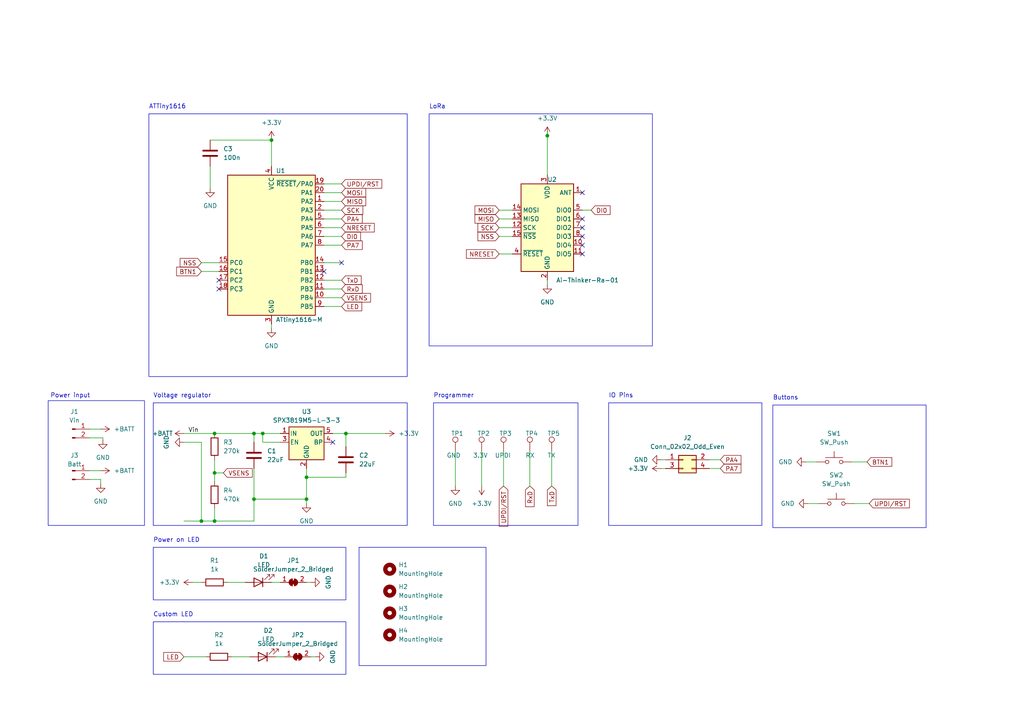
<source format=kicad_sch>
(kicad_sch (version 20230121) (generator eeschema)
  (paper "A4")
  (title_block (title "LoRa remote sensor") (date "2023-09-17") (rev "0.1"))
  (lib_symbols
    (symbol "Connector:Conn_01x02_Pin" (pin_names (offset 1.016) hide)
      (property "Reference" "J" (at 0 2.54 0))
      (property "Value" "Conn_01x02_Pin" (at 0 -5.08 0))
      (symbol "Conn_01x02_Pin_1_1"
        (polyline (pts (xy 1.27 -2.54) (xy 0.8636 -2.54)) (stroke (width 0.1524)))
        (polyline (pts (xy 1.27 0) (xy 0.8636 0)) (stroke (width 0.1524)))
        (rectangle (start 0.8636 -2.413) (end 0 -2.667) (stroke (width 0.1524)) (fill (type outline)))
        (rectangle (start 0.8636 0.127) (end 0 -0.127) (stroke (width 0.1524)) (fill (type outline)))
        (pin passive line (at 5.08 0 180) (length 3.81) (name "Pin_1") (number "1"))
        (pin passive line (at 5.08 -2.54 180) (length 3.81) (name "Pin_2") (number "2"))
      )
    )
    (symbol "Connector:TestPoint" (pin_numbers hide) (pin_names (offset 0.762) hide)
      (property "Reference" "TP" (at 0 6.858 0))
      (property "Value" "TestPoint" (at 0 5.08 0))
      (symbol "TestPoint_0_1"
        (circle (center 0 3.302) (radius 0.762))
      )
      (symbol "TestPoint_1_1"
        (pin passive line (at 0 0 90) (length 2.54) (name "1") (number "1"))
      )
    )
    (symbol "Connector_Generic:Conn_02x02_Odd_Even" (pin_names (offset 1.016) hide)
      (property "Reference" "J" (at 1.27 2.54 0))
      (property "Value" "Conn_02x02_Odd_Even" (at 1.27 -5.08 0))
      (symbol "Conn_02x02_Odd_Even_1_1"
        (rectangle (start -1.27 -2.413) (end 0 -2.667) (stroke (width 0.1524)))
        (rectangle (start -1.27 0.127) (end 0 -0.127) (stroke (width 0.1524)))
        (rectangle (start -1.27 1.27) (end 3.81 -3.81) (stroke (width 0.254)) (fill (type background)))
        (rectangle (start 3.81 -2.413) (end 2.54 -2.667) (stroke (width 0.1524)))
        (rectangle (start 3.81 0.127) (end 2.54 -0.127) (stroke (width 0.1524)))
        (pin passive line (at -5.08 0 0) (length 3.81) (name "Pin_1") (number "1"))
        (pin passive line (at 7.62 0 180) (length 3.81) (name "Pin_2") (number "2"))
        (pin passive line (at -5.08 -2.54 0) (length 3.81) (name "Pin_3") (number "3"))
        (pin passive line (at 7.62 -2.54 180) (length 3.81) (name "Pin_4") (number "4"))
      )
    )
    (symbol "Device:C" (pin_numbers hide) (pin_names (offset 0.254))
      (property "Reference" "C" (at 0.635 2.54 0))
      (property "Value" "C" (at 0.635 -2.54 0))
      (symbol "C_0_1"
        (polyline (pts (xy -2.032 -0.762) (xy 2.032 -0.762)) (stroke (width 0.508)))
        (polyline (pts (xy -2.032 0.762) (xy 2.032 0.762)) (stroke (width 0.508)))
      )
      (symbol "C_1_1"
        (pin passive line (at 0 3.81 270) (length 2.794) (name "~") (number "1"))
        (pin passive line (at 0 -3.81 90) (length 2.794) (name "~") (number "2"))
      )
    )
    (symbol "Device:LED" (pin_numbers hide) (pin_names (offset 1.016) hide)
      (property "Reference" "D" (at 0 2.54 0))
      (property "Value" "LED" (at 0 -2.54 0))
      (symbol "LED_0_1"
        (polyline (pts (xy -1.27 -1.27) (xy -1.27 1.27)) (stroke (width 0.254)))
        (polyline (pts (xy -1.27 0) (xy 1.27 0)))
        (polyline (pts (xy 1.27 -1.27) (xy 1.27 1.27) (xy -1.27 0) (xy 1.27 -1.27)) (stroke (width 0.254)))
        (polyline (pts (xy -3.048 -0.762) (xy -4.572 -2.286) (xy -3.81 -2.286) (xy -4.572 -2.286) (xy -4.572 -1.524)))
        (polyline (pts (xy -1.778 -0.762) (xy -3.302 -2.286) (xy -2.54 -2.286) (xy -3.302 -2.286) (xy -3.302 -1.524)))
      )
      (symbol "LED_1_1"
        (pin passive line (at -3.81 0 0) (length 2.54) (name "K") (number "1"))
        (pin passive line (at 3.81 0 180) (length 2.54) (name "A") (number "2"))
      )
    )
    (symbol "Device:R" (pin_numbers hide) (pin_names (offset 0))
      (property "Reference" "R" (at 2.032 0 90))
      (property "Value" "R" (at 0 0 90))
      (symbol "R_0_1"
        (rectangle (start -1.016 -2.54) (end 1.016 2.54) (stroke (width 0.254)))
      )
      (symbol "R_1_1"
        (pin passive line (at 0 3.81 270) (length 1.27) (name "~") (number "1"))
        (pin passive line (at 0 -3.81 90) (length 1.27) (name "~") (number "2"))
      )
    )
    (symbol "Jumper:SolderJumper_2_Bridged" (pin_names (offset 0) hide)
      (property "Reference" "JP" (at 0 2.032 0))
      (property "Value" "SolderJumper_2_Bridged" (at 0 -2.54 0))
      (symbol "SolderJumper_2_Bridged_0_1"
        (rectangle (start -0.508 0.508) (end 0.508 -0.508) (fill (type outline)))
        (arc (start -0.254 1.016) (mid -1.2656 0) (end -0.254 -1.016))
        (arc (start -0.254 1.016) (mid -1.2656 0) (end -0.254 -1.016) (fill (type outline)))
        (polyline (pts (xy -0.254 1.016) (xy -0.254 -1.016)))
        (polyline (pts (xy 0.254 1.016) (xy 0.254 -1.016)))
        (arc (start 0.254 -1.016) (mid 1.2656 0) (end 0.254 1.016))
        (arc (start 0.254 -1.016) (mid 1.2656 0) (end 0.254 1.016) (fill (type outline)))
      )
      (symbol "SolderJumper_2_Bridged_1_1"
        (pin passive line (at -3.81 0 0) (length 2.54) (name "A") (number "1"))
        (pin passive line (at 3.81 0 180) (length 2.54) (name "B") (number "2"))
      )
    )
    (symbol "MCU_Microchip_ATtiny:ATtiny1616-M"
      (property "Reference" "U" (at -12.7 21.59 0))
      (property "Value" "ATtiny1616-M" (at 2.54 -21.59 0))
      (symbol "ATtiny1616-M_0_1"
        (rectangle (start -12.7 -20.32) (end 12.7 20.32) (stroke (width 0.254)) (fill (type background)))
      )
      (symbol "ATtiny1616-M_1_1"
        (pin bidirectional line (at 15.24 12.7 180) (length 2.54) (name "PA2") (number "1"))
        (pin bidirectional line (at 15.24 -15.24 180) (length 2.54) (name "PB4") (number "10"))
        (pin bidirectional line (at 15.24 -12.7 180) (length 2.54) (name "PB3") (number "11"))
        (pin bidirectional line (at 15.24 -10.16 180) (length 2.54) (name "PB2") (number "12"))
        (pin bidirectional line (at 15.24 -7.62 180) (length 2.54) (name "PB1") (number "13"))
        (pin bidirectional line (at 15.24 -5.08 180) (length 2.54) (name "PB0") (number "14"))
        (pin bidirectional line (at -15.24 -5.08 0) (length 2.54) (name "PC0") (number "15"))
        (pin bidirectional line (at -15.24 -7.62 0) (length 2.54) (name "PC1") (number "16"))
        (pin bidirectional line (at -15.24 -10.16 0) (length 2.54) (name "PC2") (number "17"))
        (pin bidirectional line (at -15.24 -12.7 0) (length 2.54) (name "PC3") (number "18"))
        (pin bidirectional line (at 15.24 17.78 180) (length 2.54) (name "~{RESET}/PA0") (number "19"))
        (pin bidirectional line (at 15.24 10.16 180) (length 2.54) (name "PA3") (number "2"))
        (pin bidirectional line (at 15.24 15.24 180) (length 2.54) (name "PA1") (number "20"))
        (pin passive line (at 0 -22.86 90) (length 2.54) hide (name "GND") (number "21"))
        (pin power_in line (at 0 -22.86 90) (length 2.54) (name "GND") (number "3"))
        (pin power_in line (at 0 22.86 270) (length 2.54) (name "VCC") (number "4"))
        (pin bidirectional line (at 15.24 7.62 180) (length 2.54) (name "PA4") (number "5"))
        (pin bidirectional line (at 15.24 5.08 180) (length 2.54) (name "PA5") (number "6"))
        (pin bidirectional line (at 15.24 2.54 180) (length 2.54) (name "PA6") (number "7"))
        (pin bidirectional line (at 15.24 0 180) (length 2.54) (name "PA7") (number "8"))
        (pin bidirectional line (at 15.24 -17.78 180) (length 2.54) (name "PB5") (number "9"))
      )
    )
    (symbol "Mechanical:MountingHole" (pin_names (offset 1.016))
      (property "Reference" "H" (at 0 5.08 0))
      (property "Value" "MountingHole" (at 0 3.175 0))
      (symbol "MountingHole_0_1"
        (circle (center 0 0) (radius 1.27) (stroke (width 1.27)))
      )
    )
    (symbol "RF_Module:Ai-Thinker-Ra-01"
      (property "Reference" "U" (at 2.54 17.78 0))
      (property "Value" "Ai-Thinker-Ra-01" (at 13.97 -15.24 0))
      (symbol "Ai-Thinker-Ra-01_0_1"
        (rectangle (start -7.62 12.7) (end 7.62 -12.7) (stroke (width 0.254)) (fill (type background)))
      )
      (symbol "Ai-Thinker-Ra-01_1_1"
        (pin passive line (at 10.16 10.16 180) (length 2.54) (name "ANT") (number "1"))
        (pin bidirectional line (at 10.16 -5.08 180) (length 2.54) (name "DIO4") (number "10"))
        (pin bidirectional line (at 10.16 -7.62 180) (length 2.54) (name "DIO5") (number "11"))
        (pin input line (at -10.16 0 0) (length 2.54) (name "SCK") (number "12"))
        (pin output line (at -10.16 2.54 0) (length 2.54) (name "MISO") (number "13"))
        (pin input line (at -10.16 5.08 0) (length 2.54) (name "MOSI") (number "14"))
        (pin input line (at -10.16 -2.54 0) (length 2.54) (name "~{NSS}") (number "15"))
        (pin passive line (at 0 -15.24 90) (length 2.54) hide (name "GND") (number "16"))
        (pin power_in line (at 0 -15.24 90) (length 2.54) (name "GND") (number "2"))
        (pin power_in line (at 0 15.24 270) (length 2.54) (name "VDD") (number "3"))
        (pin input line (at -10.16 -7.62 0) (length 2.54) (name "~{RESET}") (number "4"))
        (pin bidirectional line (at 10.16 5.08 180) (length 2.54) (name "DIO0") (number "5"))
        (pin bidirectional line (at 10.16 2.54 180) (length 2.54) (name "DIO1") (number "6"))
        (pin bidirectional line (at 10.16 0 180) (length 2.54) (name "DIO2") (number "7"))
        (pin bidirectional line (at 10.16 -2.54 180) (length 2.54) (name "DIO3") (number "8"))
        (pin passive line (at 0 -15.24 90) (length 2.54) hide (name "GND") (number "9"))
      )
    )
    (symbol "Regulator_Linear:SPX3819M5-L-3-3" (pin_names (offset 0.254))
      (property "Reference" "U" (at -3.81 5.715 0))
      (property "Value" "SPX3819M5-L-3-3" (at 0 5.715 0))
      (symbol "SPX3819M5-L-3-3_0_1"
        (rectangle (start -5.08 4.445) (end 5.08 -5.08) (stroke (width 0.254)) (fill (type background)))
      )
      (symbol "SPX3819M5-L-3-3_1_1"
        (pin power_in line (at -7.62 2.54 0) (length 2.54) (name "IN") (number "1"))
        (pin power_in line (at 0 -7.62 90) (length 2.54) (name "GND") (number "2"))
        (pin input line (at -7.62 0 0) (length 2.54) (name "EN") (number "3"))
        (pin input line (at 7.62 0 180) (length 2.54) (name "BP") (number "4"))
        (pin power_out line (at 7.62 2.54 180) (length 2.54) (name "OUT") (number "5"))
      )
    )
    (symbol "Switch:SW_Push" (pin_numbers hide) (pin_names (offset 1.016) hide)
      (property "Reference" "SW" (at 1.27 2.54 0))
      (property "Value" "SW_Push" (at 0 -1.524 0))
      (symbol "SW_Push_0_1"
        (circle (center -2.032 0) (radius 0.508))
        (polyline (pts (xy 0 1.27) (xy 0 3.048)))
        (polyline (pts (xy 2.54 1.27) (xy -2.54 1.27)))
        (circle (center 2.032 0) (radius 0.508))
        (pin passive line (at -5.08 0 0) (length 2.54) (name "1") (number "1"))
        (pin passive line (at 5.08 0 180) (length 2.54) (name "2") (number "2"))
      )
    )
    (symbol "power:+3.3V" (power) (pin_names (offset 0))
      (property "Value" "+3.3V" (at 0 3.556 0))
      (symbol "+3.3V_0_1"
        (polyline (pts (xy -0.762 1.27) (xy 0 2.54)))
        (polyline (pts (xy 0 0) (xy 0 2.54)))
        (polyline (pts (xy 0 2.54) (xy 0.762 1.27)))
      )
      (symbol "+3.3V_1_1"
        (pin power_in line (at 0 0 90) (length 0) hide (name "+3.3V") (number "1"))
      )
    )
    (symbol "power:+BATT" (power) (pin_names (offset 0))
      (property "Value" "+BATT" (at 0 3.556 0))
      (symbol "+BATT_0_1"
        (polyline (pts (xy -0.762 1.27) (xy 0 2.54)))
        (polyline (pts (xy 0 0) (xy 0 2.54)))
        (polyline (pts (xy 0 2.54) (xy 0.762 1.27)))
      )
      (symbol "+BATT_1_1"
        (pin power_in line (at 0 0 90) (length 0) hide (name "+BATT") (number "1"))
      )
    )
    (symbol "power:GND" (power) (pin_names (offset 0))
      (property "Value" "GND" (at 0 -3.81 0))
      (symbol "GND_0_1"
        (polyline (pts (xy 0 0) (xy 0 -1.27) (xy 1.27 -1.27) (xy 0 -2.54) (xy -1.27 -1.27) (xy 0 -1.27)))
      )
      (symbol "GND_1_1"
        (pin power_in line (at 0 0 270) (length 0) hide (name "GND") (number "1"))
      )
    )
  )
  (junction (at 158.75 39.37))
  (junction (at 88.9 138.43))
  (junction (at 62.23 151.13))
  (junction (at 78.74 40.64))
  (junction (at 76.2 125.73))
  (junction (at 100.33 125.73))
  (junction (at 62.23 125.73))
  (junction (at 62.23 137.16))
  (junction (at 58.42 151.13))
  (junction (at 88.9 144.78))
  (junction (at 73.66 144.78))
  (junction (at 73.66 125.73))
  (no_connect (at 168.91 66.04))
  (no_connect (at 63.5 83.82))
  (no_connect (at 99.06 76.2))
  (no_connect (at 168.91 68.58))
  (no_connect (at 168.91 71.12))
  (no_connect (at 168.91 73.66))
  (no_connect (at 96.52 128.27))
  (no_connect (at 168.91 63.5))
  (no_connect (at 168.91 55.88))
  (no_connect (at 93.98 78.74))
  (no_connect (at 63.5 81.28))
  (wire (pts (xy 58.42 76.2) (xy 63.5 76.2)))
  (wire (pts (xy 88.9 168.91) (xy 90.17 168.91)))
  (wire (pts (xy 62.23 137.16) (xy 62.23 133.35)))
  (wire (pts (xy 73.66 125.73) (xy 76.2 125.73)))
  (wire (pts (xy 93.98 66.04) (xy 99.06 66.04)))
  (wire (pts (xy 53.34 190.5) (xy 59.69 190.5)))
  (wire (pts (xy 26.035 124.46) (xy 29.21 124.46)))
  (wire (pts (xy 76.2 128.27) (xy 81.28 128.27)))
  (wire (pts (xy 73.66 125.73) (xy 73.66 128.27)))
  (wire (pts (xy 144.78 60.96) (xy 148.59 60.96)))
  (wire (pts (xy 93.98 63.5) (xy 99.06 63.5)))
  (wire (pts (xy 93.98 76.2) (xy 99.06 76.2)))
  (wire (pts (xy 153.67 130.81) (xy 153.67 140.97)))
  (wire (pts (xy 144.78 68.58) (xy 148.59 68.58)))
  (wire (pts (xy 88.9 135.89) (xy 88.9 138.43)))
  (wire (pts (xy 247.65 146.05) (xy 252.095 146.05)))
  (wire (pts (xy 62.23 151.13) (xy 73.66 151.13)))
  (wire (pts (xy 73.66 144.78) (xy 88.9 144.78)))
  (wire (pts (xy 144.78 63.5) (xy 148.59 63.5)))
  (wire (pts (xy 55.88 168.91) (xy 58.42 168.91)))
  (wire (pts (xy 93.98 71.12) (xy 99.06 71.12)))
  (wire (pts (xy 93.98 81.28) (xy 99.06 81.28)))
  (wire (pts (xy 88.9 146.05) (xy 88.9 144.78)))
  (wire (pts (xy 160.02 130.81) (xy 160.02 140.97)))
  (wire (pts (xy 76.2 125.73) (xy 76.2 128.27)))
  (wire (pts (xy 93.98 55.88) (xy 99.06 55.88)))
  (wire (pts (xy 90.17 190.5) (xy 91.44 190.5)))
  (wire (pts (xy 234.315 146.05) (xy 237.49 146.05)))
  (wire (pts (xy 191.77 133.35) (xy 193.04 133.35)))
  (wire (pts (xy 93.98 53.34) (xy 99.06 53.34)))
  (wire (pts (xy 100.33 125.73) (xy 100.33 129.54)))
  (wire (pts (xy 93.98 83.82) (xy 99.06 83.82)))
  (wire (pts (xy 158.75 81.28) (xy 158.75 82.55)))
  (wire (pts (xy 144.78 66.04) (xy 148.59 66.04)))
  (wire (pts (xy 144.78 73.66) (xy 148.59 73.66)))
  (wire (pts (xy 26.035 136.525) (xy 29.21 136.525)))
  (wire (pts (xy 78.74 93.98) (xy 78.74 95.25)))
  (wire (pts (xy 96.52 125.73) (xy 100.33 125.73)))
  (wire (pts (xy 53.34 125.73) (xy 62.23 125.73)))
  (wire (pts (xy 93.98 60.96) (xy 99.06 60.96)))
  (wire (pts (xy 93.98 58.42) (xy 99.06 58.42)))
  (wire (pts (xy 73.66 151.13) (xy 73.66 144.78)))
  (wire (pts (xy 93.98 88.9) (xy 99.06 88.9)))
  (wire (pts (xy 62.23 151.13) (xy 62.23 147.32)))
  (wire (pts (xy 73.66 135.89) (xy 73.66 144.78)))
  (wire (pts (xy 139.7 130.81) (xy 139.7 140.97)))
  (wire (pts (xy 62.23 139.7) (xy 62.23 137.16)))
  (wire (pts (xy 158.75 39.37) (xy 158.75 50.8)))
  (wire (pts (xy 53.34 151.13) (xy 58.42 151.13)))
  (wire (pts (xy 58.42 128.27) (xy 58.42 151.13)))
  (wire (pts (xy 58.42 78.74) (xy 63.5 78.74)))
  (wire (pts (xy 53.34 128.27) (xy 58.42 128.27)))
  (wire (pts (xy 93.98 86.36) (xy 99.06 86.36)))
  (wire (pts (xy 60.96 40.64) (xy 78.74 40.64)))
  (wire (pts (xy 100.33 125.73) (xy 111.76 125.73)))
  (wire (pts (xy 205.74 135.89) (xy 208.915 135.89)))
  (wire (pts (xy 191.77 135.89) (xy 193.04 135.89)))
  (wire (pts (xy 67.31 190.5) (xy 72.39 190.5)))
  (wire (pts (xy 66.04 168.91) (xy 71.12 168.91)))
  (wire (pts (xy 93.98 68.58) (xy 99.06 68.58)))
  (wire (pts (xy 29.21 139.065) (xy 29.21 140.335)))
  (wire (pts (xy 60.96 48.26) (xy 60.96 54.61)))
  (wire (pts (xy 233.68 133.985) (xy 236.855 133.985)))
  (wire (pts (xy 80.01 190.5) (xy 82.55 190.5)))
  (wire (pts (xy 62.23 137.16) (xy 64.77 137.16)))
  (wire (pts (xy 29.845 127) (xy 29.845 127.635)))
  (wire (pts (xy 62.23 125.73) (xy 73.66 125.73)))
  (wire (pts (xy 158.75 38.1) (xy 158.75 39.37)))
  (wire (pts (xy 26.035 139.065) (xy 29.21 139.065)))
  (wire (pts (xy 78.74 40.64) (xy 78.74 48.26)))
  (wire (pts (xy 205.74 133.35) (xy 208.915 133.35)))
  (wire (pts (xy 26.035 127) (xy 29.845 127)))
  (wire (pts (xy 247.015 133.985) (xy 251.46 133.985)))
  (wire (pts (xy 78.74 168.91) (xy 81.28 168.91)))
  (wire (pts (xy 146.05 130.81) (xy 146.05 140.97)))
  (wire (pts (xy 100.33 137.16) (xy 100.33 138.43)))
  (wire (pts (xy 88.9 138.43) (xy 100.33 138.43)))
  (wire (pts (xy 88.9 138.43) (xy 88.9 144.78)))
  (wire (pts (xy 58.42 151.13) (xy 62.23 151.13)))
  (wire (pts (xy 168.91 60.96) (xy 171.45 60.96)))
  (wire (pts (xy 76.2 125.73) (xy 81.28 125.73)))
  (wire (pts (xy 132.08 130.81) (xy 132.08 140.97)))
  (rectangle (start 176.53 116.84) (end 220.98 152.4))
  (rectangle (start 125.73 116.84) (end 167.64 152.4))
  (rectangle (start 44.45 158.75) (end 100.33 173.99))
  (rectangle (start 224.155 117.475) (end 268.605 153.035))
  (rectangle (start 104.14 158.75) (end 140.97 193.04))
  (rectangle (start 13.97 116.205) (end 41.91 152.4))
  (rectangle (start 43.18 33.02) (end 118.11 109.22))
  (rectangle (start 44.45 180.34) (end 100.33 195.58))
  (rectangle (start 44.45 116.84) (end 118.11 152.4))
  (rectangle (start 124.46 33.02) (end 189.23 100.33))
  (text "Voltage regulator" (at 44.45 115.57 0) (effects (font (size 1.27 1.27)) (justify left bottom)))
  (text "IO Pins\n" (at 176.53 115.57 0) (effects (font (size 1.27 1.27)) (justify left bottom)))
  (text "Programmer\n" (at 125.73 115.57 0) (effects (font (size 1.27 1.27)) (justify left bottom)))
  (text "Buttons\n" (at 224.155 116.205 0) (effects (font (size 1.27 1.27)) (justify left bottom)))
  (text "Power on LED" (at 44.45 157.48 0) (effects (font (size 1.27 1.27)) (justify left bottom)))
  (text "Custom LED" (at 44.45 179.07 0) (effects (font (size 1.27 1.27)) (justify left bottom)))
  (text "Power input" (at 14.605 115.57 0) (effects (font (size 1.27 1.27)) (justify left bottom)))
  (text "LoRa" (at 124.46 31.75 0) (effects (font (size 1.27 1.27)) (justify left bottom)))
  (text "ATTiny1616" (at 43.18 31.75 0) (effects (font (size 1.27 1.27)) (justify left bottom)))
  (label "Vin" (at 54.61 125.73 0))
  (global_label "MOSI" (shape input) (at 99.06 55.88 0) (property "Intersheetrefs" "${INTERSHEET_REFS}" (effects hide)))
  (global_label "NSS" (shape input) (at 144.78 68.58 180) (property "Intersheetrefs" "${INTERSHEET_REFS}" (effects hide)))
  (global_label "VSENS" (shape input) (at 64.77 137.16 0) (property "Intersheetrefs" "${INTERSHEET_REFS}" (effects hide)))
  (global_label "BTN1" (shape input) (at 58.42 78.74 180) (property "Intersheetrefs" "${INTERSHEET_REFS}" (effects hide)))
  (global_label "NRESET" (shape input) (at 144.78 73.66 180) (property "Intersheetrefs" "${INTERSHEET_REFS}" (effects hide)))
  (global_label "PA7" (shape input) (at 208.915 135.89 0) (property "Intersheetrefs" "${INTERSHEET_REFS}" (effects hide)))
  (global_label "RxD" (shape input) (at 99.06 83.82 0) (property "Intersheetrefs" "${INTERSHEET_REFS}" (effects hide)))
  (global_label "SCK" (shape input) (at 144.78 66.04 180) (property "Intersheetrefs" "${INTERSHEET_REFS}" (effects hide)))
  (global_label "TxD" (shape input) (at 160.02 140.97 270) (property "Intersheetrefs" "${INTERSHEET_REFS}" (effects hide)))
  (global_label "DI0" (shape input) (at 99.06 68.58 0) (property "Intersheetrefs" "${INTERSHEET_REFS}" (effects hide)))
  (global_label "UPDI{slash}RST" (shape input) (at 146.05 140.97 270) (property "Intersheetrefs" "${INTERSHEET_REFS}" (effects hide)))
  (global_label "VSENS" (shape input) (at 99.06 86.36 0) (property "Intersheetrefs" "${INTERSHEET_REFS}" (effects hide)))
  (global_label "NRESET" (shape input) (at 99.06 66.04 0) (property "Intersheetrefs" "${INTERSHEET_REFS}" (effects hide)))
  (global_label "UPDI{slash}RST" (shape input) (at 99.06 53.34 0) (property "Intersheetrefs" "${INTERSHEET_REFS}" (effects hide)))
  (global_label "LED" (shape input) (at 53.34 190.5 180) (property "Intersheetrefs" "${INTERSHEET_REFS}" (effects hide)))
  (global_label "NSS" (shape input) (at 58.42 76.2 180) (property "Intersheetrefs" "${INTERSHEET_REFS}" (effects hide)))
  (global_label "MOSI" (shape input) (at 144.78 60.96 180) (property "Intersheetrefs" "${INTERSHEET_REFS}" (effects hide)))
  (global_label "DI0" (shape input) (at 171.45 60.96 0) (property "Intersheetrefs" "${INTERSHEET_REFS}" (effects hide)))
  (global_label "LED" (shape input) (at 99.06 88.9 0) (property "Intersheetrefs" "${INTERSHEET_REFS}" (effects hide)))
  (global_label "TxD" (shape input) (at 99.06 81.28 0) (property "Intersheetrefs" "${INTERSHEET_REFS}" (effects hide)))
  (global_label "PA4" (shape input) (at 208.915 133.35 0) (property "Intersheetrefs" "${INTERSHEET_REFS}" (effects hide)))
  (global_label "MISO" (shape input) (at 144.78 63.5 180) (property "Intersheetrefs" "${INTERSHEET_REFS}" (effects hide)))
  (global_label "SCK" (shape input) (at 99.06 60.96 0) (property "Intersheetrefs" "${INTERSHEET_REFS}" (effects hide)))
  (global_label "RxD" (shape input) (at 153.67 140.97 270) (property "Intersheetrefs" "${INTERSHEET_REFS}" (effects hide)))
  (global_label "PA4" (shape input) (at 99.06 63.5 0) (property "Intersheetrefs" "${INTERSHEET_REFS}" (effects hide)))
  (global_label "PA7" (shape input) (at 99.06 71.12 0) (property "Intersheetrefs" "${INTERSHEET_REFS}" (effects hide)))
  (global_label "UPDI{slash}RST" (shape input) (at 252.095 146.05 0) (property "Intersheetrefs" "${INTERSHEET_REFS}" (effects hide)))
  (global_label "BTN1" (shape input) (at 251.46 133.985 0) (property "Intersheetrefs" "${INTERSHEET_REFS}" (effects hide)))
  (global_label "MISO" (shape input) (at 99.06 58.42 0) (property "Intersheetrefs" "${INTERSHEET_REFS}" (effects hide)))
  (symbol (lib_id "power:+3.3V") (at 111.76 125.73 270) (unit 1)
    (property "Reference" "#PWR06" (effects hide))
    (property "Value" "+3.3V" (at 115.57 125.73 90) (effects (justify left)))
  )
  (symbol (lib_id "power:+3.3V") (at 158.75 39.37 0) (unit 1)
    (property "Reference" "#PWR01" (effects hide))
    (property "Value" "+3.3V" (at 158.75 34.29 0))
  )
  (symbol (lib_id "Device:R") (at 62.23 129.54 0) (unit 1)
    (property "Reference" "R3" (at 64.77 128.27 0) (effects (justify left)))
    (property "Value" "270k" (at 64.77 130.81 0) (effects (justify left)))
    (property "Footprint" "Resistor_SMD:R_0805_2012Metric" (effects hide))
  )
  (symbol (lib_id "power:+BATT") (at 53.34 125.73 90) (unit 1)
    (property "Reference" "#PWR021" (effects hide))
    (property "Value" "+BATT" (at 50.165 125.73 90) (effects (justify left)))
  )
  (symbol (lib_id "power:GND") (at 29.845 127.635 0) (unit 1)
    (property "Reference" "#PWR018" (effects hide))
    (property "Value" "GND" (at 29.845 132.715 0))
  )
  (symbol (lib_id "Device:R") (at 62.23 143.51 0) (unit 1)
    (property "Reference" "R4" (at 64.77 142.24 0) (effects (justify left)))
    (property "Value" "470k" (at 64.77 144.78 0) (effects (justify left)))
    (property "Footprint" "Resistor_SMD:R_0805_2012Metric" (effects hide))
  )
  (symbol (lib_id "Device:R") (at 63.5 190.5 90) (unit 1)
    (property "Reference" "R2" (at 63.5 184.15 90))
    (property "Value" "1k" (at 63.5 186.69 90))
    (property "Footprint" "Resistor_SMD:R_0805_2012Metric" (effects hide))
  )
  (symbol (lib_id "power:GND") (at 191.77 133.35 270) (unit 1)
    (property "Reference" "#PWR015" (effects hide))
    (property "Value" "GND" (at 187.96 133.35 90) (effects (justify right)))
  )
  (symbol (lib_id "Device:LED") (at 74.93 168.91 180) (unit 1)
    (property "Reference" "D1" (at 76.5175 161.29 0))
    (property "Value" "LED" (at 76.5175 163.83 0))
    (property "Footprint" "LED_SMD:LED_0805_2012Metric" (effects hide))
  )
  (symbol (lib_id "power:GND") (at 158.75 82.55 0) (unit 1)
    (property "Reference" "#PWR04" (effects hide))
    (property "Value" "GND" (at 158.75 87.63 0))
  )
  (symbol (lib_id "power:+3.3V") (at 191.77 135.89 90) (unit 1)
    (property "Reference" "#PWR014" (effects hide))
    (property "Value" "+3.3V" (at 187.96 135.89 90) (effects (justify left)))
  )
  (symbol (lib_id "Connector:Conn_01x02_Pin") (at 20.955 124.46 0) (unit 1)
    (property "Reference" "J1" (at 21.59 119.38 0))
    (property "Value" "Vin" (at 21.59 121.92 0))
    (property "Footprint" "Connector_PinHeader_2.54mm:PinHeader_1x02_P2.54mm_Vertical" (effects hide))
  )
  (symbol (lib_id "power:GND") (at 91.44 190.5 90) (unit 1)
    (property "Reference" "#PWR013" (effects hide))
    (property "Value" "GND" (at 96.52 190.5 0))
  )
  (symbol (lib_id "power:GND") (at 233.68 133.985 270) (unit 1)
    (property "Reference" "#PWR09" (effects hide))
    (property "Value" "GND" (at 229.87 133.985 90) (effects (justify right)))
  )
  (symbol (lib_id "power:+BATT") (at 29.21 124.46 270) (unit 1)
    (property "Reference" "#PWR019" (effects hide))
    (property "Value" "+BATT" (at 33.02 124.46 90) (effects (justify left)))
  )
  (symbol (lib_id "power:GND") (at 29.21 140.335 0) (unit 1)
    (property "Reference" "#PWR017" (effects hide))
    (property "Value" "GND" (at 29.21 145.415 0))
  )
  (symbol (lib_id "RF_Module:Ai-Thinker-Ra-01") (at 158.75 66.04 0) (unit 1)
    (property "Reference" "U2" (at 158.75 52.07 0) (effects (justify left)))
    (property "Value" "Ai-Thinker-Ra-01" (at 161.29 81.28 0) (effects (justify left)))
    (property "Footprint" "RF_Module:Ai-Thinker-Ra-01-LoRa" (effects hide))
    (property "Datasheet" "http://wiki.ai-thinker.com/_media/lora/docs/c047ps01a1_ra-01_product_specification_v1.1.pdf" (effects hide))
  )
  (symbol (lib_id "Device:C") (at 100.33 133.35 0) (unit 1)
    (property "Reference" "C2" (at 104.14 132.08 0) (effects (justify left)))
    (property "Value" "22uF" (at 104.14 134.62 0) (effects (justify left)))
    (property "Footprint" "Capacitor_SMD:C_0805_2012Metric" (effects hide))
  )
  (symbol (lib_id "power:+3.3V") (at 78.74 40.64 0) (unit 1)
    (property "Reference" "#PWR02" (effects hide))
    (property "Value" "+3.3V" (at 78.74 35.56 0))
  )
  (symbol (lib_id "Connector_Generic:Conn_02x02_Odd_Even") (at 198.12 133.35 0) (unit 1)
    (property "Reference" "J2" (at 199.39 127 0))
    (property "Value" "Conn_02x02_Odd_Even" (at 199.39 129.54 0))
    (property "Footprint" "Connector_PinHeader_2.54mm:PinHeader_2x02_P2.54mm_Vertical" (effects hide))
  )
  (symbol (lib_id "power:GND") (at 90.17 168.91 90) (unit 1)
    (property "Reference" "#PWR011" (effects hide))
    (property "Value" "GND" (at 95.25 168.91 0))
  )
  (symbol (lib_id "Connector:TestPoint") (at 132.08 130.81 0) (unit 1)
    (property "Reference" "TP1" (at 130.81 125.73 0) (effects (justify left)))
    (property "Value" "GND" (at 129.54 132.08 0) (effects (justify left)))
    (property "Footprint" "TestPoint:TestPoint_Pad_D1.5mm" (effects hide))
  )
  (symbol (lib_id "power:+3.3V") (at 139.7 140.97 180) (unit 1)
    (property "Reference" "#PWR08" (effects hide))
    (property "Value" "+3.3V" (at 139.7 146.05 0))
  )
  (symbol (lib_id "power:+BATT") (at 29.21 136.525 270) (unit 1)
    (property "Reference" "#PWR020" (effects hide))
    (property "Value" "+BATT" (at 33.02 136.525 90) (effects (justify left)))
  )
  (symbol (lib_id "Device:C") (at 60.96 44.45 0) (unit 1)
    (property "Reference" "C3" (at 64.77 43.18 0) (effects (justify left)))
    (property "Value" "100n" (at 64.77 45.72 0) (effects (justify left)))
    (property "Footprint" "Capacitor_SMD:C_0805_2012Metric" (effects hide))
  )
  (symbol (lib_id "power:GND") (at 53.34 128.27 270) (unit 1)
    (property "Reference" "#PWR022" (effects hide))
    (property "Value" "GND" (at 48.26 128.27 0))
  )
  (symbol (lib_id "Jumper:SolderJumper_2_Bridged") (at 85.09 168.91 0) (unit 1)
    (property "Reference" "JP1" (at 85.09 162.56 0))
    (property "Value" "SolderJumper_2_Bridged" (at 85.09 165.1 0))
    (property "Footprint" "Jumper:SolderJumper-2_P1.3mm_Bridged_RoundedPad1.0x1.5mm" (effects hide))
  )
  (symbol (lib_id "Switch:SW_Push") (at 241.935 133.985 0) (unit 1)
    (property "Reference" "SW1" (at 241.935 125.73 0))
    (property "Value" "SW_Push" (at 241.935 128.27 0))
    (property "Footprint" "Button_Switch_SMD:SW_SPST_B3U-1000P" (effects hide))
  )
  (symbol (lib_id "power:GND") (at 78.74 95.25 0) (unit 1)
    (property "Reference" "#PWR03" (effects hide))
    (property "Value" "GND" (at 78.74 100.33 0))
  )
  (symbol (lib_id "power:GND") (at 60.96 54.61 0) (unit 1)
    (property "Reference" "#PWR012" (effects hide))
    (property "Value" "GND" (at 60.96 59.69 0))
  )
  (symbol (lib_id "power:+3.3V") (at 55.88 168.91 90) (unit 1)
    (property "Reference" "#PWR010" (effects hide))
    (property "Value" "+3.3V" (at 52.07 168.91 90) (effects (justify left)))
  )
  (symbol (lib_id "Mechanical:MountingHole") (at 113.03 171.45 0) (unit 1)
    (property "Reference" "H2" (at 115.57 170.18 0) (effects (justify left)))
    (property "Value" "MountingHole" (at 115.57 172.72 0) (effects (justify left)))
    (property "Footprint" "MountingHole:MountingHole_2.2mm_M2_Pad" (effects hide))
  )
  (symbol (lib_id "Device:C") (at 73.66 132.08 0) (unit 1)
    (property "Reference" "C1" (at 77.47 130.81 0) (effects (justify left)))
    (property "Value" "22uF" (at 77.47 133.35 0) (effects (justify left)))
    (property "Footprint" "Capacitor_SMD:C_0805_2012Metric" (effects hide))
  )
  (symbol (lib_id "Connector:TestPoint") (at 153.67 130.81 0) (unit 1)
    (property "Reference" "TP4" (at 152.4 125.73 0) (effects (justify left)))
    (property "Value" "RX" (at 152.4 132.08 0) (effects (justify left)))
    (property "Footprint" "TestPoint:TestPoint_Pad_D1.5mm" (effects hide))
  )
  (symbol (lib_id "Switch:SW_Push") (at 242.57 146.05 0) (unit 1)
    (property "Reference" "SW2" (at 242.57 137.795 0))
    (property "Value" "SW_Push" (at 242.57 140.335 0))
    (property "Footprint" "Button_Switch_SMD:SW_SPST_B3U-1000P" (effects hide))
  )
  (symbol (lib_id "Device:R") (at 62.23 168.91 90) (unit 1)
    (property "Reference" "R1" (at 62.23 162.56 90))
    (property "Value" "1k" (at 62.23 165.1 90))
    (property "Footprint" "Resistor_SMD:R_0805_2012Metric" (effects hide))
  )
  (symbol (lib_id "power:GND") (at 234.315 146.05 270) (unit 1)
    (property "Reference" "#PWR016" (effects hide))
    (property "Value" "GND" (at 230.505 146.05 90) (effects (justify right)))
  )
  (symbol (lib_id "Connector:Conn_01x02_Pin") (at 20.955 136.525 0) (unit 1)
    (property "Reference" "J3" (at 21.59 132.08 0))
    (property "Value" "Batt" (at 21.59 134.62 0))
    (property "Footprint" "Connector_JST:JST_PH_S2B-PH-K_1x02_P2.00mm_Horizontal" (effects hide))
  )
  (symbol (lib_id "Mechanical:MountingHole") (at 113.03 165.1 0) (unit 1)
    (property "Reference" "H1" (at 115.57 163.83 0) (effects (justify left)))
    (property "Value" "MountingHole" (at 115.57 166.37 0) (effects (justify left)))
    (property "Footprint" "MountingHole:MountingHole_2.2mm_M2_Pad" (effects hide))
  )
  (symbol (lib_id "Mechanical:MountingHole") (at 113.03 184.15 0) (unit 1)
    (property "Reference" "H4" (at 115.57 182.88 0) (effects (justify left)))
    (property "Value" "MountingHole" (at 115.57 185.42 0) (effects (justify left)))
    (property "Footprint" "MountingHole:MountingHole_2.2mm_M2_Pad" (effects hide))
  )
  (symbol (lib_id "Regulator_Linear:SPX3819M5-L-3-3") (at 88.9 128.27 0) (unit 1)
    (property "Reference" "U3" (at 88.9 119.38 0))
    (property "Value" "SPX3819M5-L-3-3" (at 88.9 121.92 0))
    (property "Footprint" "Package_TO_SOT_SMD:SOT-23-5" (effects hide))
    (property "Datasheet" "https://www.exar.com/content/document.ashx?id=22106&languageid=1033&type=Datasheet&partnumber=SPX3819&filename=SPX3819.pdf&part=SPX3819" (effects hide))
  )
  (symbol (lib_id "Connector:TestPoint") (at 160.02 130.81 0) (unit 1)
    (property "Reference" "TP5" (at 158.75 125.73 0) (effects (justify left)))
    (property "Value" "TX" (at 158.75 132.08 0) (effects (justify left)))
    (property "Footprint" "TestPoint:TestPoint_Pad_D1.5mm" (effects hide))
  )
  (symbol (lib_id "Device:LED") (at 76.2 190.5 180) (unit 1)
    (property "Reference" "D2" (at 77.7875 182.88 0))
    (property "Value" "LED" (at 77.7875 185.42 0))
    (property "Footprint" "LED_SMD:LED_0805_2012Metric" (effects hide))
  )
  (symbol (lib_id "Mechanical:MountingHole") (at 113.03 177.8 0) (unit 1)
    (property "Reference" "H3" (at 115.57 176.53 0) (effects (justify left)))
    (property "Value" "MountingHole" (at 115.57 179.07 0) (effects (justify left)))
    (property "Footprint" "MountingHole:MountingHole_2.2mm_M2_Pad" (effects hide))
  )
  (symbol (lib_id "MCU_Microchip_ATtiny:ATtiny1616-M") (at 78.74 71.12 0) (unit 1)
    (property "Reference" "U1" (at 80.01 49.53 0) (effects (justify left)))
    (property "Value" "ATtiny1616-M" (at 80.01 92.71 0) (effects (justify left)))
    (property "Footprint" "Package_DFN_QFN:VQFN-20-1EP_3x3mm_P0.4mm_EP1.7x1.7mm" (effects hide))
    (property "Datasheet" "http://ww1.microchip.com/downloads/en/DeviceDoc/ATtiny3216_ATtiny1616-data-sheet-40001997B.pdf" (effects hide))
  )
  (symbol (lib_id "Jumper:SolderJumper_2_Bridged") (at 86.36 190.5 0) (unit 1)
    (property "Reference" "JP2" (at 86.36 184.15 0))
    (property "Value" "SolderJumper_2_Bridged" (at 86.36 186.69 0))
    (property "Footprint" "Jumper:SolderJumper-2_P1.3mm_Bridged_RoundedPad1.0x1.5mm" (effects hide))
  )
  (symbol (lib_id "power:GND") (at 132.08 140.97 0) (unit 1)
    (property "Reference" "#PWR07" (effects hide))
    (property "Value" "GND" (at 132.08 146.05 0))
  )
  (symbol (lib_id "Connector:TestPoint") (at 146.05 130.81 0) (unit 1)
    (property "Reference" "TP3" (at 144.78 125.73 0) (effects (justify left)))
    (property "Value" "UPDI" (at 143.51 132.08 0) (effects (justify left)))
    (property "Footprint" "TestPoint:TestPoint_Pad_D1.5mm" (effects hide))
  )
  (symbol (lib_id "Connector:TestPoint") (at 139.7 130.81 0) (unit 1)
    (property "Reference" "TP2" (at 138.43 125.73 0) (effects (justify left)))
    (property "Value" "3.3V" (at 137.16 132.08 0) (effects (justify left)))
    (property "Footprint" "TestPoint:TestPoint_Pad_D1.5mm" (effects hide))
  )
  (symbol (lib_id "power:GND") (at 88.9 146.05 0) (unit 1)
    (property "Reference" "#PWR05" (effects hide))
    (property "Value" "GND" (at 88.9 151.13 0))
  )
)
</source>
